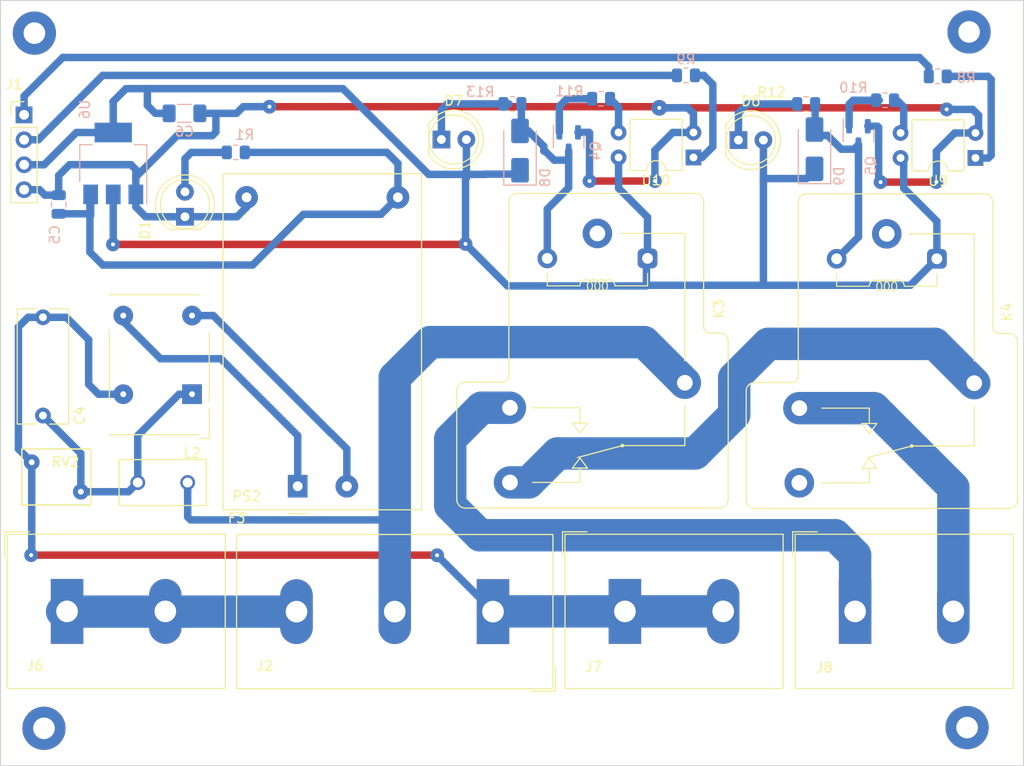
<source format=kicad_pcb>
(kicad_pcb (version 20221018) (generator pcbnew)
  (layers (0 "F.Cu" signal) (31 "B.Cu" signal) (34 "B.Paste" user) (35 "F.Paste" user) (36 "B.SilkS" user "B.Silkscreen") (37 "F.SilkS" user "F.Silkscreen") (38 "B.Mask" user) (39 "F.Mask" user) (44 "Edge.Cuts" user))
  (net 0 "")
  (net 1 "Net-(C4-Pad1)")
  (net 2 "+3.3V")
  (net 3 "Net-(D8-A)")
  (net 4 "Net-(D9-A)")
  (net 5 "+5V")
  (net 6 "MAINSIN_E")
  (net 7 "MAINSIN_N")
  (net 8 "MAINSIN_L")
  (net 9 "Net-(J8-Pin_1)")
  (net 10 "Net-(K3-Pad12)")
  (net 11 "Net-(PS2-AC{slash}N)")
  (net 12 "Net-(PS2-AC{slash}L)")
  (net 13 "Net-(Q4-B)")
  (net 14 "RELAY_BOTTOM")
  (net 15 "Net-(R10-Pad1)")
  (net 16 "Net-(R11-Pad1)")
  (net 17 "Net-(J8-Pin_2)")
  (net 18 "GND")
  (net 19 "RELAY_TOP")
  (net 20 "Net-(Q5-B)")
  (net 21 "Net-(R8-Pad1)")
  (net 23 "Net-(R9-Pad1)")
  (net 24 "Net-(D6-K)")
  (net 25 "Net-(D7-K)")
  (net 28 "Net-(D1-A)")
  (footprint "Relay_THT:Relay_SPDT_RAYEX-L90" (layer "F.Cu") (at 118.175 139.75 -90)
    (fp_text reference "K4" (at 7.965 -12.225 -90) (layer "F.SilkS"))
    (fp_text value "HEATER-TOP" hide)
    (pad "11A" thru_hole circle (at 0 0 90) (size 3 3) (drill 1.6) (layers "*.Cu" "*.Mask"))
    (pad "11B" thru_hole circle (at 15.2 -8.9 90) (size 3 3) (drill 1.6) (layers "*.Cu" "*.Mask") (net 10 "Net-(K3-Pad12)"))
    (pad "12" thru_hole circle (at 25.34 8.9 90) (size 3 3) (drill 1.6) (layers "*.Cu" "*.Mask"))
    (pad "14" thru_hole circle (at 17.74 8.9 90) (size 3 3) (drill 1.6) (layers "*.Cu" "*.Mask") (net 17 "Net-(J8-Pin_2)"))
    (pad "A1" thru_hole roundrect (at 2.54 -5.1 90) (size 2 2) (drill 1.1) (layers "*.Cu" "*.Mask") (net 2 "+3.3V"))
    (pad "A2" thru_hole circle (at 2.54 5.1 90) (size 2 2) (drill 1.1) (layers "*.Cu" "*.Mask") (net 4 "Net-(D9-A)"))
  )
  (footprint "Inductor_THT:Choke_Schaffner_RN204-04-9.0x14.0mm" (layer "F.Cu") (at 47.47 158.07 180)
    (fp_text reference "L2" (at 0 -4 180) (layer "F.SilkS"))
    (fp_text value "15mH 500mA")
    (pad "1" thru_hole rect (at 0 2 180) (size 2 2) (drill 0.6) (layers "*.Cu" "*.Mask") (net 1 "Net-(C4-Pad1)"))
    (pad "2" thru_hole circle (at 7 2 180) (size 2 2) (drill 0.6) (layers "*.Cu" "*.Mask") (net 7 "MAINSIN_N"))
    (pad "3" thru_hole circle (at 0 10 180) (size 2 2) (drill 0.6) (layers "*.Cu" "*.Mask") (net 11 "Net-(PS2-AC{slash}N)"))
    (pad "4" thru_hole circle (at 7 10 180) (size 2 2) (drill 0.6) (layers "*.Cu" "*.Mask") (net 12 "Net-(PS2-AC{slash}L)"))
  )
  (footprint "Package_DIP:DIP-4_W7.62mm" (layer "F.Cu") (at 127.2 132.025 180)
    (fp_text reference "U9" (at 3.81 -2.33 180) (layer "F.SilkS"))
    (fp_text value "PC817")
    (pad "1" thru_hole rect (at 0 0 180) (size 1.6 1.6) (drill 0.8) (layers "*.Cu" "*.Mask") (net 21 "Net-(R8-Pad1)"))
    (pad "2" thru_hole oval (at 0 2.54 180) (size 1.6 1.6) (drill 0.8) (layers "*.Cu" "*.Mask") (net 18 "GND"))
    (pad "3" thru_hole oval (at 7.62 2.54 180) (size 1.6 1.6) (drill 0.8) (layers "*.Cu" "*.Mask") (net 15 "Net-(R10-Pad1)"))
    (pad "4" thru_hole oval (at 7.62 0 180) (size 1.6 1.6) (drill 0.8) (layers "*.Cu" "*.Mask") (net 2 "+3.3V"))
  )
  (footprint "MountingHole:MountingHole_2.2mm_M2_Pad" (layer "F.Cu") (at 126.35 190)
    (fp_text reference "REF**" hide)
    (fp_text value "MountingHole_2.2mm_M2_Pad" hide)
    (pad "1" thru_hole circle (at 0 0) (size 4.4 4.4) (drill 2.2) (layers "*.Cu" "*.Mask"))
  )
  (footprint "Connector_PinHeader_2.54mm:PinHeader_1x04_P2.54mm_Vertical" (layer "F.Cu") (at 30.375 127.6375)
    (fp_text reference "J1" (at -1.025 -3.125) (layer "F.SilkS"))
    (fp_text value "MCU")
    (pad "1" thru_hole rect (at 0 0) (size 1.7 1.7) (drill 1) (layers "*.Cu" "*.Mask") (net 19 "RELAY_TOP"))
    (pad "2" thru_hole oval (at 0 2.54) (size 1.7 1.7) (drill 1) (layers "*.Cu" "*.Mask") (net 14 "RELAY_BOTTOM"))
    (pad "3" thru_hole oval (at 0 5.08) (size 1.7 1.7) (drill 1) (layers "*.Cu" "*.Mask") (net 2 "+3.3V"))
    (pad "4" thru_hole oval (at 0 7.62) (size 1.7 1.7) (drill 1) (layers "*.Cu" "*.Mask") (net 18 "GND"))
  )
  (footprint "TerminalBlock_Dinkle:TerminalBlock_Dinkle_DT-55-B01X-02_P10.00mm" (layer "F.Cu") (at 91.525 178.175)
    (fp_text reference "J7" (at -3.179 5.644) (layer "F.SilkS"))
    (fp_text value "HEATER-N")
    (pad "1" thru_hole rect (at 0 0) (size 3.3 6.6) (drill 2.2) (layers "*.Cu" "*.Mask") (net 7 "MAINSIN_N"))
    (pad "2" thru_hole oval (at 10 0) (size 3.3 6.6) (drill 2.2) (layers "*.Cu" "*.Mask") (net 7 "MAINSIN_N"))
  )
  (footprint "Converter_ACDC:Converter_ACDC_HiLink_HLK-PMxx" (layer "F.Cu") (at 58.225 165.4375 90)
    (fp_text reference "PS2" (at -1.016 -5.207) (layer "F.SilkS"))
    (fp_text value "HLK-PM01")
    (pad "1" thru_hole rect (at 0 0 90) (size 2.3 2) (drill 1) (layers "*.Cu" "*.Mask") (net 12 "Net-(PS2-AC{slash}L)"))
    (pad "2" thru_hole circle (at 0 5 90) (size 2.3 2.3) (drill 1) (layers "*.Cu" "*.Mask") (net 11 "Net-(PS2-AC{slash}N)"))
    (pad "3" thru_hole circle (at 29.4 -5.2 90) (size 2.3 2.3) (drill 1) (layers "*.Cu" "*.Mask") (net 18 "GND"))
    (pad "4" thru_hole circle (at 29.4 10.2 90) (size 2.3 2.3) (drill 1) (layers "*.Cu" "*.Mask") (net 5 "+5V"))
  )
  (footprint "LED_THT:LED_D5.0mm_Clear" (layer "F.Cu") (at 72.85 130.15)
    (fp_text reference "D7" (at 1.27 -3.96) (layer "F.SilkS"))
    (fp_text value "LED")
    (pad "1" thru_hole rect (at 0 0) (size 1.8 1.8) (drill 0.9) (layers "*.Cu" "*.Mask") (net 25 "Net-(D7-K)"))
    (pad "2" thru_hole circle (at 2.54 0) (size 1.8 1.8) (drill 0.9) (layers "*.Cu" "*.Mask") (net 2 "+3.3V"))
  )
  (footprint "TerminalBlock_Dinkle:TerminalBlock_Dinkle_DT-55-B01X-03_P10.00mm" (layer "F.Cu") (at 78.1 178.2 180)
    (fp_text reference "J2" (at 23.225 -5.525) (layer "F.SilkS"))
    (fp_text value "MAINS_IN")
    (pad "1" thru_hole rect (at 0 0 180) (size 3.3 6.6) (drill 2.2) (layers "*.Cu" "*.Mask") (net 7 "MAINSIN_N"))
    (pad "2" thru_hole oval (at 10 0 180) (size 3.3 6.6) (drill 2.2) (layers "*.Cu" "*.Mask") (net 8 "MAINSIN_L"))
    (pad "3" thru_hole oval (at 20 0 180) (size 3.3 6.6) (drill 2.2) (layers "*.Cu" "*.Mask") (net 6 "MAINSIN_E"))
  )
  (footprint "TerminalBlock_Dinkle:TerminalBlock_Dinkle_DT-55-B01X-02_P10.00mm" (layer "F.Cu") (at 34.75 178.175)
    (fp_text reference "J6" (at -3.242 5.544) (layer "F.SilkS"))
    (fp_text value "HEATER-E")
    (pad "1" thru_hole rect (at 0 0) (size 3.3 6.6) (drill 2.2) (layers "*.Cu" "*.Mask") (net 6 "MAINSIN_E"))
    (pad "2" thru_hole oval (at 10 0) (size 3.3 6.6) (drill 2.2) (layers "*.Cu" "*.Mask") (net 6 "MAINSIN_E"))
  )
  (footprint "Relay_THT:Relay_SPDT_RAYEX-L90" (layer "F.Cu") (at 88.725 139.71 -90)
    (fp_text reference "K3" (at 7.69 -12.375 -90) (layer "F.SilkS"))
    (fp_text value "HEATER-BOTTOM")
    (pad "11A" thru_hole circle (at 0 0 90) (size 3 3) (drill 1.6) (layers "*.Cu" "*.Mask"))
    (pad "11B" thru_hole circle (at 15.2 -8.9 90) (size 3 3) (drill 1.6) (layers "*.Cu" "*.Mask") (net 8 "MAINSIN_L"))
    (pad "12" thru_hole circle (at 25.34 8.9 90) (size 3 3) (drill 1.6) (layers "*.Cu" "*.Mask") (net 10 "Net-(K3-Pad12)"))
    (pad "14" thru_hole circle (at 17.74 8.9 90) (size 3 3) (drill 1.6) (layers "*.Cu" "*.Mask") (net 9 "Net-(J8-Pin_1)"))
    (pad "A1" thru_hole roundrect (at 2.54 -5.1 90) (size 2 2) (drill 1.1) (layers "*.Cu" "*.Mask") (net 2 "+3.3V"))
    (pad "A2" thru_hole circle (at 2.54 5.1 90) (size 2 2) (drill 1.1) (layers "*.Cu" "*.Mask") (net 3 "Net-(D8-A)"))
  )
  (footprint "MountingHole:MountingHole_2.2mm_M2_Pad" (layer "F.Cu") (at 31.425 119.325)
    (fp_text reference "REF**" hide)
    (fp_text value "MountingHole_2.2mm_M2_Pad" hide)
    (pad "1" thru_hole circle (at 0 0) (size 4.4 4.4) (drill 2.2) (layers "*.Cu" "*.Mask"))
  )
  (footprint "Package_DIP:DIP-4_W7.62mm" (layer "F.Cu") (at 98.5 131.975 180)
    (fp_text reference "U10" (at 3.81 -2.33 180) (layer "F.SilkS"))
    (fp_text value "PC817")
    (pad "1" thru_hole rect (at 0 0 180) (size 1.6 1.6) (drill 0.8) (layers "*.Cu" "*.Mask") (net 23 "Net-(R9-Pad1)"))
    (pad "2" thru_hole oval (at 0 2.54 180) (size 1.6 1.6) (drill 0.8) (layers "*.Cu" "*.Mask") (net 18 "GND"))
    (pad "3" thru_hole oval (at 7.62 2.54 180) (size 1.6 1.6) (drill 0.8) (layers "*.Cu" "*.Mask") (net 16 "Net-(R11-Pad1)"))
    (pad "4" thru_hole oval (at 7.62 0 180) (size 1.6 1.6) (drill 0.8) (layers "*.Cu" "*.Mask") (net 2 "+3.3V"))
  )
  (footprint "Varistor:RV_Disc_D7mm_W5.7mm_P5mm" (layer "F.Cu") (at 36.154 165.9965 180)
    (fp_text reference "RV2" (at 1.57125 3.02425) (layer "F.SilkS"))
    (fp_text value "10D561")
    (pad "1" thru_hole circle (at 0 0 180) (size 1.6 1.6) (drill 0.6) (layers "*.Cu" "*.Mask") (net 1 "Net-(C4-Pad1)"))
    (pad "2" thru_hole circle (at 5 3 180) (size 1.6 1.6) (drill 0.6) (layers "*.Cu" "*.Mask") (net 7 "MAINSIN_N"))
  )
  (footprint "MountingHole:MountingHole_2.2mm_M2_Pad" (layer "F.Cu") (at 32.4 190.075)
    (fp_text reference "REF**" hide)
    (fp_text value "MountingHole_2.2mm_M2_Pad" hide)
    (pad "1" thru_hole circle (at 0 0) (size 4.4 4.4) (drill 2.2) (layers "*.Cu" "*.Mask"))
  )
  (footprint "LED_THT:LED_D5.0mm_Clear" (layer "F.Cu") (at 46.75 138.0125 90)
    (fp_text reference "D1" (at -1.325 -4.075 90) (layer "F.SilkS"))
    (fp_text value "LED")
    (pad "1" thru_hole rect (at 0 0 90) (size 1.8 1.8) (drill 0.9) (layers "*.Cu" "*.Mask") (net 18 "GND"))
    (pad "2" thru_hole circle (at 2.54 0 90) (size 1.8 1.8) (drill 0.9) (layers "*.Cu" "*.Mask") (net 28 "Net-(D1-A)"))
  )
  (footprint "TerminalBlock_Dinkle:TerminalBlock_Dinkle_DT-55-B01X-02_P10.00mm" (layer "F.Cu") (at 114.95 178.175)
    (fp_text reference "J8" (at -3.129 5.719) (layer "F.SilkS"))
    (fp_text value "HEATER-L")
    (pad "1" thru_hole rect (at 0 0) (size 3.3 6.6) (drill 2.2) (layers "*.Cu" "*.Mask") (net 9 "Net-(J8-Pin_1)"))
    (pad "2" thru_hole oval (at 10 0) (size 3.3 6.6) (drill 2.2) (layers "*.Cu" "*.Mask") (net 17 "Net-(J8-Pin_2)"))
  )
  (footprint "Capacitor_THT:C_Rect_L11.5mm_W5.0mm_P10.00mm_MKT" (layer "F.Cu") (at 32.29675 158.24325 90)
    (fp_text reference "C4" (at -0.00675 3.72825 90) (layer "F.SilkS"))
    (fp_text value "0.1uF")
    (pad "1" thru_hole circle (at 0 0 90) (size 1.6 1.6) (drill 0.8) (layers "*.Cu" "*.Mask") (net 1 "Net-(C4-Pad1)"))
    (pad "2" thru_hole circle (at 10 0 90) (size 1.6 1.6) (drill 0.8) (layers "*.Cu" "*.Mask") (net 7 "MAINSIN_N"))
  )
  (footprint "MountingHole:MountingHole_2.2mm_M2_Pad" (layer "F.Cu") (at 126.55 119.2)
    (fp_text reference "REF**" hide)
    (fp_text value "MountingHole_2.2mm_M2_Pad" hide)
    (pad "1" thru_hole circle (at 0 0) (size 4.4 4.4) (drill 2.2) (layers "*.Cu" "*.Mask"))
  )
  (footprint "LED_THT:LED_D5.0mm_Clear" (layer "F.Cu") (at 103.08 130.21)
    (fp_text reference "D6" (at 1.27 -3.96) (layer "F.SilkS"))
    (fp_text value "LED")
    (pad "1" thru_hole rect (at 0 0) (size 1.8 1.8) (drill 0.9) (layers "*.Cu" "*.Mask") (net 24 "Net-(D6-K)"))
    (pad "2" thru_hole circle (at 2.54 0) (size 1.8 1.8) (drill 0.9) (layers "*.Cu" "*.Mask") (net 2 "+3.3V"))
  )
  (footprint "TE5:FUSE_BK_PCE-5-R" (layer "F.Cu") (at 44.485 165.0625 180)
    (fp_text reference "F3" (at -7.52 -3.61 180) (layer "F.SilkS"))
    (fp_text value "500 mA")
    (pad "1" thru_hole circle (at -2.54 0 180) (size 1.508 1.508) (drill 1) (layers "*.Cu" "*.Mask") (net 8 "MAINSIN_L"))
    (pad "2" thru_hole circle (at 2.54 0 180) (size 1.508 1.508) (drill 1) (layers "*.Cu" "*.Mask") (net 1 "Net-(C4-Pad1)"))
  )
  (footprint "Capacitor_SMD:C_0805_2012Metric" (layer "B.Cu") (at 33.9 136.7625 90)
    (fp_text reference "C5" (at -3.075 -0.4 90) (layer "B.SilkS") (effects (justify mirror)))
    (fp_text value "10uF")
    (pad "1" smd roundrect (at -0.95 0 90) (size 1 1.45) (layers "B.Cu" "B.Paste" "B.Mask") (net 5 "+5V"))
    (pad "2" smd roundrect (at 0.95 0 90) (size 1 1.45) (layers "B.Cu" "B.Paste" "B.Mask") (net 18 "GND"))
  )
  (footprint "Diode_SMD:D_SMA" (layer "B.Cu") (at 110.82 131.135 90)
    (fp_text reference "D9" (at -2.74 2.505 270) (layer "B.SilkS") (effects (justify mirror)))
    (fp_text value "US1M")
    (pad "1" smd roundrect (at -2 0 90) (size 2.5 1.8) (layers "B.Cu" "B.Paste" "B.Mask") (roundrect_rratio 0.1388888889) (net 2 "+3.3V"))
    (pad "2" smd roundrect (at 2 0 90) (size 2.5 1.8) (layers "B.Cu" "B.Paste" "B.Mask") (roundrect_rratio 0.1388888889) (net 4 "Net-(D9-A)"))
  )
  (footprint "Resistor_SMD:R_0805_2012Metric" (layer "B.Cu") (at 118 126.15 180)
    (fp_text reference "R10" (at 3.225 1.275) (layer "B.SilkS") (effects (justify mirror)))
    (fp_text value "200")
    (pad "1" smd roundrect (at -0.9125 0 180) (size 1.025 1.4) (layers "B.Cu" "B.Paste" "B.Mask") (roundrect_rratio 0.243902439) (net 15 "Net-(R10-Pad1)"))
    (pad "2" smd roundrect (at 0.9125 0 180) (size 1.025 1.4) (layers "B.Cu" "B.Paste" "B.Mask") (roundrect_rratio 0.243902439) (net 20 "Net-(Q5-B)"))
  )
  (footprint "Resistor_SMD:R_0805_2012Metric" (layer "B.Cu") (at 109.97 126.535)
    (fp_text reference "R12" (at -3.52 -1.21) (layer "F.SilkS"))
    (fp_text value "330")
    (pad "1" smd roundrect (at -0.9125 0) (size 1.025 1.4) (layers "B.Cu" "B.Paste" "B.Mask") (roundrect_rratio 0.243902439) (net 24 "Net-(D6-K)"))
    (pad "2" smd roundrect (at 0.9125 0) (size 1.025 1.4) (layers "B.Cu" "B.Paste" "B.Mask") (roundrect_rratio 0.243902439) (net 4 "Net-(D9-A)"))
  )
  (footprint "Resistor_SMD:R_0805_2012Metric" (layer "B.Cu") (at 80.075 126.525)
    (fp_text reference "R13" (at -3.275 -1.225) (layer "B.SilkS") (effects (justify mirror)))
    (fp_text value "330")
    (pad "1" smd roundrect (at -0.9125 0) (size 1.025 1.4) (layers "B.Cu" "B.Paste" "B.Mask") (roundrect_rratio 0.243902439) (net 25 "Net-(D7-K)"))
    (pad "2" smd roundrect (at 0.9125 0) (size 1.025 1.4) (layers "B.Cu" "B.Paste" "B.Mask") (roundrect_rratio 0.243902439) (net 3 "Net-(D8-A)"))
  )
  (footprint "Package_TO_SOT_SMD:SOT-23" (layer "B.Cu") (at 115.295 129.735 -90)
    (fp_text reference "Q5" (at 3.075 -1.25 90) (layer "B.SilkS") (effects (justify mirror)))
    (fp_text value "MMBT3904")
    (pad "1" smd roundrect (at -0.9375 0.95 270) (size 1.475 0.6) (layers "B.Cu" "B.Paste" "B.Mask") (net 20 "Net-(Q5-B)"))
    (pad "2" smd roundrect (at -0.9375 -0.95 270) (size 1.475 0.6) (layers "B.Cu" "B.Paste" "B.Mask") (net 18 "GND"))
    (pad "3" smd roundrect (at 0.9375 0 270) (size 1.475 0.6) (layers "B.Cu" "B.Paste" "B.Mask") (net 4 "Net-(D9-A)"))
  )
  (footprint "Package_TO_SOT_SMD:SOT-223-3_TabPin2" (layer "B.Cu") (at 39.45 132.5875 90)
    (fp_text reference "U6" (at 5.5 -2.9 90) (layer "B.SilkS") (effects (justify mirror)))
    (fp_text value "AMS1117-3.3")
    (pad "1" smd rect (at -3.15 2.3 90) (size 2 1.5) (layers "B.Cu" "B.Paste" "B.Mask") (net 18 "GND"))
    (pad "2" smd rect (at -3.15 0 90) (size 2 1.5) (layers "B.Cu" "B.Paste" "B.Mask") (net 2 "+3.3V"))
    (pad "2" smd rect (at 3.15 0 90) (size 2 3.8) (layers "B.Cu" "B.Paste" "B.Mask") (net 2 "+3.3V"))
    (pad "3" smd rect (at -3.15 -2.3 90) (size 2 1.5) (layers "B.Cu" "B.Paste" "B.Mask") (net 5 "+5V"))
  )
  (footprint "Diode_SMD:D_SMA" (layer "B.Cu") (at 80.85 131.275 90)
    (fp_text reference "D8" (at -2.75 2.55 270) (layer "B.SilkS") (effects (justify mirror)))
    (fp_text value "US1M")
    (pad "1" smd roundrect (at -2 0 90) (size 2.5 1.8) (layers "B.Cu" "B.Paste" "B.Mask") (roundrect_rratio 0.1388888889) (net 2 "+3.3V"))
    (pad "2" smd roundrect (at 2 0 90) (size 2.5 1.8) (layers "B.Cu" "B.Paste" "B.Mask") (roundrect_rratio 0.1388888889) (net 3 "Net-(D8-A)"))
  )
  (footprint "Resistor_SMD:R_0805_2012Metric" (layer "B.Cu") (at 51.925 131.4625 180)
    (fp_text reference "R1" (at -0.9 1.8) (layer "B.SilkS") (effects (justify mirror)))
    (fp_text value "330")
    (pad "1" smd roundrect (at -0.9125 0 180) (size 1.025 1.4) (layers "B.Cu" "B.Paste" "B.Mask") (roundrect_rratio 0.243902439) (net 5 "+5V"))
    (pad "2" smd roundrect (at 0.9125 0 180) (size 1.025 1.4) (layers "B.Cu" "B.Paste" "B.Mask") (roundrect_rratio 0.243902439) (net 28 "Net-(D1-A)"))
  )
  (footprint "Package_TO_SOT_SMD:SOT-23" (layer "B.Cu") (at 85.8 130.3625 -90)
    (fp_text reference "Q4" (at 0.95 -2.725 90) (layer "B.SilkS") (effects (justify mirror)))
    (fp_text value "MMBT3904" hide)
    (pad "1" smd roundrect (at -0.9375 0.95 270) (size 1.475 0.6) (layers "B.Cu" "B.Paste" "B.Mask") (net 13 "Net-(Q4-B)"))
    (pad "2" smd roundrect (at -0.9375 -0.95 270) (size 1.475 0.6) (layers "B.Cu" "B.Paste" "B.Mask") (net 18 "GND"))
    (pad "3" smd roundrect (at 0.9375 0 270) (size 1.475 0.6) (layers "B.Cu" "B.Paste" "B.Mask") (net 3 "Net-(D8-A)"))
  )
  (footprint "Capacitor_SMD:C_1206_3216Metric_Pad1.33x1.80mm_HandSolder" (layer "B.Cu") (at 46.7 127.4875)
    (fp_text reference "C6" (at 0 1.85 180) (layer "B.SilkS") (effects (justify mirror)))
    (fp_text value "22uF")
    (pad "1" smd roundrect (at -1.5625 0) (size 1.325 1.8) (layers "B.Cu" "B.Paste" "B.Mask") (roundrect_rratio 0.188679) (net 2 "+3.3V"))
    (pad "2" smd roundrect (at 1.5625 0) (size 1.325 1.8) (layers "B.Cu" "B.Paste" "B.Mask") (roundrect_rratio 0.188679) (net 18 "GND"))
  )
  (footprint "Resistor_SMD:R_0805_2012Metric" (layer "B.Cu") (at 123.3625 123.725 180)
    (fp_text reference "R8" (at -2.9 -0.125) (layer "B.SilkS") (effects (justify mirror)))
    (fp_text value "470")
    (pad "1" smd roundrect (at -0.9125 0 180) (size 1.025 1.4) (layers "B.Cu" "B.Paste" "B.Mask") (roundrect_rratio 0.243902439) (net 21 "Net-(R8-Pad1)"))
    (pad "2" smd roundrect (at 0.9125 0 180) (size 1.025 1.4) (layers "B.Cu" "B.Paste" "B.Mask") (roundrect_rratio 0.243902439) (net 19 "RELAY_TOP"))
  )
  (footprint "Resistor_SMD:R_0805_2012Metric" (layer "B.Cu") (at 89.1 126 180)
    (fp_text reference "R11" (at 3.225 0.75) (layer "B.SilkS") (effects (justify mirror)))
    (fp_text value "200")
    (pad "1" smd roundrect (at -0.9125 0 180) (size 1.025 1.4) (layers "B.Cu" "B.Paste" "B.Mask") (roundrect_rratio 0.243902439) (net 16 "Net-(R11-Pad1)"))
    (pad "2" smd roundrect (at 0.9125 0 180) (size 1.025 1.4) (layers "B.Cu" "B.Paste" "B.Mask") (roundrect_rratio 0.243902439) (net 13 "Net-(Q4-B)"))
  )
  (footprint "Resistor_SMD:R_0805_2012Metric" (layer "B.Cu") (at 97.7375 123.625 180)
    (fp_text reference "R9" (at 0 1.65) (layer "B.SilkS") (effects (justify mirror)))
    (fp_text value "470")
    (pad "1" smd roundrect (at -0.9125 0 180) (size 1.025 1.4) (layers "B.Cu" "B.Paste" "B.Mask") (roundrect_rratio 0.243902439) (net 23 "Net-(R9-Pad1)"))
    (pad "2" smd roundrect (at 0.9125 0 180) (size 1.025 1.4) (layers "B.Cu" "B.Paste" "B.Mask") (roundrect_rratio 0.243902439) (net 14 "RELAY_BOTTOM"))
  )
  (gr_rect (start 27.975 116.002) (end 132.094 193.873) (stroke (width 0.1)) (fill none) (layer "Edge.Cuts"))
  (segment (start 46.155 156.07) (end 41.945 160.28) (width 0.76) (layer "B.Cu") (net 1))
  (segment (start 41.945 160.28) (end 41.945 165.0625) (width 0.76) (layer "B.Cu") (net 1))
  (segment (start 36.154 165.9965) (end 36.154 162.1005) (width 0.76) (layer "B.Cu") (net 1))
  (segment (start 36.154 162.1005) (end 32.29675 158.24325) (width 0.76) (layer "B.Cu") (net 1))
  (segment (start 36.154 165.9965) (end 41.011 165.9965) (width 0.76) (layer "B.Cu") (net 1))
  (segment (start 41.011 165.9965) (end 41.945 165.0625) (width 0.76) (layer "B.Cu") (net 1))
  (segment (start 47.47 156.07) (end 46.155 156.07) (width 0.76) (layer "B.Cu") (net 1))
  (segment (start 75.25 140.825) (end 75.3 140.775) (width 0.76) (layer "F.Cu") (net 2))
  (segment (start 39.425 140.825) (end 75.25 140.825) (width 0.76) (layer "F.Cu") (net 2))
  (via (at 39.425 140.825) (size 1.4) (drill 0.4) (layers "F.Cu" "B.Cu") (net 2))
  (via (at 75.3 140.775) (size 1.4) (drill 0.4) (layers "F.Cu" "B.Cu") (net 2))
  (segment (start 105.625 144.984) (end 120.581 144.984) (width 0.76) (layer "B.Cu") (net 2))
  (segment (start 119.9 132.035) (end 119.9 135.1) (width 0.76) (layer "B.Cu") (net 2))
  (segment (start 75.3 134.175) (end 75.39 134.085) (width 0.76) (layer "B.Cu") (net 2))
  (segment (start 75.39 134.085) (end 75.39 130.15) (width 0.76) (layer "B.Cu") (net 2))
  (segment (start 90.88 131.975) (end 90.88 135.105) (width 0.76) (layer "B.Cu") (net 2))
  (segment (start 39.45 140.8) (end 39.45 135.7375) (width 0.76) (layer "B.Cu") (net 2))
  (segment (start 40.75 124.975) (end 39.425 126.3) (width 0.76) (layer "B.Cu") (net 2))
  (segment (start 79.575 145.05) (end 93.65 145.05) (width 0.76) (layer "B.Cu") (net 2))
  (segment (start 93.825 138.05) (end 93.825 142.25) (width 0.76) (layer "B.Cu") (net 2))
  (segment (start 42.925 126.675) (end 43.7375 127.4875) (width 0.76) (layer "B.Cu") (net 2))
  (segment (start 93.716 144.984) (end 93.716 142.3) (width 0.76) (layer "B.Cu") (net 2))
  (segment (start 42.925 124.975) (end 42.925 126.675) (width 0.76) (layer "B.Cu") (net 2))
  (segment (start 39.305 129.2925) (end 39.45 129.4375) (width 0.76) (layer "B.Cu") (net 2))
  (segment (start 77.325 133.675) (end 80.575 133.675) (width 0.76) (layer "B.Cu") (net 2))
  (segment (start 90.88 135.105) (end 93.825 138.05) (width 0.76) (layer "B.Cu") (net 2))
  (segment (start 105.62 144.979) (end 105.625 144.984) (width 0.76) (layer "B.Cu") (net 2))
  (segment (start 110.025 134.125) (end 105.62 134.125) (width 0.76) (layer "B.Cu") (net 2))
  (segment (start 30.375 132.7175) (end 32.42 132.7175) (width 0.76) (layer "B.Cu") (net 2))
  (segment (start 93.716 144.984) (end 105.625 144.984) (width 0.76) (layer "B.Cu") (net 2))
  (segment (start 110.82 133.33) (end 110.025 134.125) (width 0.76) (layer "B.Cu") (net 2))
  (segment (start 75.3 140.775) (end 79.575 145.05) (width 0.76) (layer "B.Cu") (net 2))
  (segment (start 32.42 132.7175) (end 35.7 129.4375) (width 0.76) (layer "B.Cu") (net 2))
  (segment (start 62.825 124.975) (end 71.55 133.7) (width 0.76) (layer "B.Cu") (net 2))
  (segment (start 105.62 134.125) (end 105.62 144.979) (width 0.76) (layer "B.Cu") (net 2))
  (segment (start 39.425 140.825) (end 39.45 140.8) (width 0.76) (layer "B.Cu") (net 2))
  (segment (start 43.7375 127.4875) (end 45.1375 127.4875) (width 0.76) (layer "B.Cu") (net 2))
  (segment (start 119.9 135.1) (end 123.275 138.475) (width 0.76) (layer "B.Cu") (net 2))
  (segment (start 75.3 134.175) (end 75.3 140.775) (width 0.76) (layer "B.Cu") (net 2))
  (segment (start 42.925 124.975) (end 62.825 124.975) (width 0.76) (layer "B.Cu") (net 2))
  (segment (start 77.3 133.7) (end 77.325 133.675) (width 0.76) (layer "B.Cu") (net 2))
  (segment (start 93.65 145.05) (end 93.716 144.984) (width 0.76) (layer "B.Cu") (net 2))
  (segment (start 120.581 144.984) (end 123.275 142.29) (width 0.76) (layer "B.Cu") (net 2))
  (segment (start 105.62 130.21) (end 105.62 134.125) (width 0.76) (layer "B.Cu") (net 2))
  (segment (start 39.425 126.3) (end 39.45 126.325) (width 0.76) (layer "B.Cu") (net 2))
  (segment (start 71.55 133.7) (end 77.3 133.7) (width 0.76) (layer "B.Cu") (net 2))
  (segment (start 123.275 138.475) (end 123.275 142.29) (width 0.76) (layer "B.Cu") (net 2))
  (segment (start 35.7 129.4375) (end 39.45 129.4375) (width 0.76) (layer "B.Cu") (net 2))
  (segment (start 110.82 133.135) (end 110.82 133.33) (width 0.76) (layer "B.Cu") (net 2))
  (segment (start 42.925 124.975) (end 40.75 124.975) (width 0.76) (layer "B.Cu") (net 2))
  (segment (start 39.45 126.325) (end 39.45 129.4375) (width 0.76) (layer "B.Cu") (net 2))
  (segment (start 80.9875 126.525) (end 80.9875 129.1375) (width 0.76) (layer "B.Cu") (net 3))
  (segment (start 80.85 129.275) (end 81.7 129.275) (width 0.76) (layer "B.Cu") (net 3))
  (segment (start 85.8 135.05) (end 83.625 137.225) (width 0.76) (layer "B.Cu") (net 3))
  (segment (start 83.275 131.325) (end 83.4 131.325) (width 0.76) (layer "B.Cu") (net 3))
  (segment (start 83.4 131.325) (end 84.325 132.25) (width 0.76) (layer "B.Cu") (net 3))
  (segment (start 85.8 132.925) (end 85.8 135.05) (width 0.76) (layer "B.Cu") (net 3))
  (segment (start 85.675 132.25) (end 85.8 132.125) (width 0.76) (layer "B.Cu") (net 3))
  (segment (start 81.7 129.275) (end 83.275 130.85) (width 0.76) (layer "B.Cu") (net 3))
  (segment (start 84.325 132.25) (end 85.675 132.25) (width 0.76) (layer "B.Cu") (net 3))
  (segment (start 83.625 137.225) (end 83.625 142.25) (width 0.76) (layer "B.Cu") (net 3))
  (segment (start 85.8 132.125) (end 85.8 132.925) (width 0.76) (layer "B.Cu") (net 3))
  (segment (start 80.9875 129.1375) (end 80.85 129.275) (width 0.76) (layer "B.Cu") (net 3))
  (segment (start 85.8 131.3) (end 85.8 132.125) (width 0.76) (layer "B.Cu") (net 3))
  (segment (start 83.275 130.85) (end 83.275 131.325) (width 0.76) (layer "B.Cu") (net 3))
  (segment (start 110.8825 126.535) (end 110.8825 129.6725) (width 0.76) (layer "B.Cu") (net 4))
  (segment (start 113.545 131.135) (end 114.8325 131.135) (width 0.76) (layer "B.Cu") (net 4))
  (segment (start 115.295 140.07) (end 115.295 130.6725) (width 0.76) (layer "B.Cu") (net 4))
  (segment (start 114.8325 131.135) (end 115.295 130.6725) (width 0.76) (layer "B.Cu") (net 4))
  (segment (start 110.82 129.735) (end 112.145 129.735) (width 0.76) (layer "B.Cu") (net 4))
  (segment (start 112.145 129.735) (end 113.545 131.135) (width 0.76) (layer "B.Cu") (net 4))
  (segment (start 110.8825 129.6725) (end 110.82 129.735) (width 0.76) (layer "B.Cu") (net 4))
  (segment (start 113.075 142.29) (end 115.295 140.07) (width 0.76) (layer "B.Cu") (net 4))
  (segment (start 68.425 136.0375) (end 66.699906 137.762594) (width 0.76) (layer "B.Cu") (net 5))
  (segment (start 68.425 132.5875) (end 68.425 136.0375) (width 0.76) (layer "B.Cu") (net 5))
  (segment (start 37.075 141.6125) (end 37.075 136.8625) (width 0.76) (layer "B.Cu") (net 5))
  (segment (start 52.8375 131.4625) (end 67.3 131.4625) (width 0.76) (layer "B.Cu") (net 5))
  (segment (start 37 137.7125) (end 37.15 137.8625) (width 0.76) (layer "B.Cu") (net 5))
  (segment (start 33.9 137.7125) (end 37 137.7125) (width 0.76) (layer "B.Cu") (net 5))
  (segment (start 53.6375 142.925) (end 38.3875 142.925) (width 0.76) (layer "B.Cu") (net 5))
  (segment (start 67.3 131.4625) (end 68.425 132.5875) (width 0.76) (layer "B.Cu") (net 5))
  (segment (start 66.699906 137.762594) (end 58.799906 137.762594) (width 0.76) (layer "B.Cu") (net 5))
  (segment (start 38.3875 142.925) (end 37.075 141.6125) (width 0.76) (layer "B.Cu") (net 5))
  (segment (start 37.15 136.7875) (end 37.15 137.8625) (width 0.76) (layer "B.Cu") (net 5))
  (segment (start 37.15 135.7375) (end 37.15 136.7875) (width 0.76) (layer "B.Cu") (net 5))
  (segment (start 37.075 136.8625) (end 37.15 136.7875) (width 0.76) (layer "B.Cu") (net 5))
  (segment (start 58.799906 137.762594) (end 53.6375 142.925) (width 0.76) (layer "B.Cu") (net 5))
  (segment (start 44.25 178.2) (end 34.25 178.2) (width 3.3) (layer "B.Cu") (net 6))
  (segment (start 58.1 178.2) (end 44.25 178.2) (width 3.3) (layer "B.Cu") (net 6))
  (segment (start 31.1 172.45) (end 72.396 172.45) (width 0.76) (layer "F.Cu") (net 7))
  (segment (start 72.396 172.45) (end 72.4105 172.4645) (width 0.76) (layer "F.Cu") (net 7))
  (via (at 31.1 172.45) (size 1.4) (drill 0.4) (layers "F.Cu" "B.Cu") (net 7))
  (via (at 72.4105 172.4645) (size 1.4) (drill 0.4) (layers "F.Cu" "B.Cu") (net 7))
  (segment (start 78.125 178.175) (end 78.1 178.2) (width 3.3) (layer "B.Cu") (net 7))
  (segment (start 29.8 161.6425) (end 31.154 162.9965) (width 0.76) (layer "B.Cu") (net 7))
  (segment (start 31.114 163.0365) (end 31.154 162.9965) (width 0.76) (layer "B.Cu") (net 7))
  (segment (start 37.945 156.07) (end 40.47 156.07) (width 0.76) (layer "B.Cu") (net 7))
  (segment (start 32.29675 148.24325) (end 34.66825 148.24325) (width 0.76) (layer "B.Cu") (net 7))
  (segment (start 34.66825 148.24325) (end 36.95 150.525) (width 0.76) (layer "B.Cu") (net 7))
  (segment (start 36.95 150.525) (end 36.95 155.075) (width 0.76) (layer "B.Cu") (net 7))
  (segment (start 31.154 172.396) (end 31.154 162.9965) (width 0.76) (layer "B.Cu") (net 7))
  (segment (start 76.862 177.554) (end 77.464 178.156) (width 0.76) (layer "B.Cu") (net 7))
  (segment (start 30.78175 148.24325) (end 29.8 149.225) (width 0.76) (layer "B.Cu") (net 7))
  (segment (start 101.525 178.175) (end 91.525 178.175) (width 3.3) (layer "B.Cu") (net 7))
  (segment (start 31.1 172.45) (end 31.154 172.396) (width 0.76) (layer "B.Cu") (net 7))
  (segment (start 32.29675 148.24325) (end 30.78175 148.24325) (width 0.76) (layer "B.Cu") (net 7))
  (segment (start 91.525 178.175) (end 78.125 178.175) (width 3.3) (layer "B.Cu") (net 7))
  (segment (start 36.95 155.075) (end 37.945 156.07) (width 0.76) (layer "B.Cu") (net 7))
  (segment (start 76.862 176.916) (end 76.862 177.554) (width 0.76) (layer "B.Cu") (net 7))
  (segment (start 29.8 149.225) (end 29.8 161.6425) (width 0.76) (layer "B.Cu") (net 7))
  (segment (start 72.4105 172.4645) (end 76.862 176.916) (width 0.76) (layer "B.Cu") (net 7))
  (segment (start 47.025 168.5625) (end 47.325 168.8625) (width 0.76) (layer "B.Cu") (net 8))
  (segment (start 68.1 154.375) (end 71.7 150.775) (width 3.3) (layer "B.Cu") (net 8))
  (segment (start 68.1 178.2) (end 68.1 154.375) (width 3.3) (layer "B.Cu") (net 8))
  (segment (start 47.025 165.0625) (end 47.025 168.5625) (width 0.76) (layer "B.Cu") (net 8))
  (segment (start 93.49 150.775) (end 97.625 154.91) (width 3.3) (layer "B.Cu") (net 8))
  (segment (start 68.925 168.8625) (end 69.1 169.0375) (width 0.76) (layer "B.Cu") (net 8))
  (segment (start 71.7 150.775) (end 93.49 150.775) (width 3.3) (layer "B.Cu") (net 8))
  (segment (start 47.325 168.8625) (end 68.925 168.8625) (width 0.76) (layer "B.Cu") (net 8))
  (segment (start 76.775 170.425) (end 112.925 170.425) (width 3.3) (layer "B.Cu") (net 9))
  (segment (start 76.925 157.45) (end 73.75 160.625) (width 3.3) (layer "B.Cu") (net 9))
  (segment (start 73.75 167.4) (end 76.775 170.425) (width 3.3) (layer "B.Cu") (net 9))
  (segment (start 112.925 170.425) (end 114.95 172.45) (width 3.3) (layer "B.Cu") (net 9))
  (segment (start 79.825 157.45) (end 76.925 157.45) (width 3.3) (layer "B.Cu") (net 9))
  (segment (start 114.95 172.45) (end 114.95 178.175) (width 3.3) (layer "B.Cu") (net 9))
  (segment (start 73.75 160.625) (end 73.75 167.4) (width 3.3) (layer "B.Cu") (net 9))
  (segment (start 98.675 162.1) (end 84.675 162.1) (width 3.3) (layer "B.Cu") (net 10))
  (segment (start 84.675 162.1) (end 81.725 165.05) (width 3.3) (layer "B.Cu") (net 10))
  (segment (start 127.075 154.95) (end 123.075 150.95) (width 3.3) (layer "B.Cu") (net 10))
  (segment (start 106.1 150.95) (end 102.65 154.4) (width 3.3) (layer "B.Cu") (net 10))
  (segment (start 81.725 165.05) (end 79.825 165.05) (width 3.3) (layer "B.Cu") (net 10))
  (segment (start 123.075 150.95) (end 106.1 150.95) (width 3.3) (layer "B.Cu") (net 10))
  (segment (start 102.65 158.125) (end 98.675 162.1) (width 3.3) (layer "B.Cu") (net 10))
  (segment (start 102.65 154.4) (end 102.65 158.125) (width 3.3) (layer "B.Cu") (net 10))
  (segment (start 49.6325 148.07) (end 47.47 148.07) (width 0.76) (layer "B.Cu") (net 11))
  (segment (start 63.225 161.6375) (end 63.225 165.4375) (width 0.76) (layer "B.Cu") (net 11))
  (segment (start 61.611 160.0235) (end 63.225 161.6375) (width 0.76) (layer "B.Cu") (net 11))
  (segment (start 49.6325 148.07) (end 61.586 160.0235) (width 0.76) (layer "B.Cu") (net 11))
  (segment (start 61.586 160.0235) (end 61.611 160.0235) (width 0.76) (layer "B.Cu") (net 11))
  (segment (start 50.4 152.4625) (end 58.225 160.2875) (width 0.76) (layer "B.Cu") (net 12))
  (segment (start 39.87 148.07) (end 44.2625 152.4625) (width 0.76) (layer "B.Cu") (net 12))
  (segment (start 58.225 160.2875) (end 58.225 165.4375) (width 0.76) (layer "B.Cu") (net 12))
  (segment (start 44.2625 152.4625) (end 50.4 152.4625) (width 0.76) (layer "B.Cu") (net 12))
  (segment (start 85.625 126) (end 84.85 126.775) (width 0.76) (layer "B.Cu") (net 13))
  (segment (start 84.85 126.775) (end 84.85 129.425) (width 0.76) (layer "B.Cu") (net 13))
  (segment (start 88.1875 126) (end 85.625 126) (width 0.76) (layer "B.Cu") (net 13))
  (segment (start 96.825 123.625) (end 38.375 123.625) (width 0.76) (layer "B.Cu") (net 14))
  (segment (start 38.375 123.625) (end 31.8225 130.1775) (width 0.76) (layer "B.Cu") (net 14))
  (segment (start 31.8225 130.1775) (end 30.375 130.1775) (width 0.76) (layer "B.Cu") (net 14))
  (segment (start 119.9 126.8275) (end 119.2325 126.16) (width 0.76) (layer "B.Cu") (net 15))
  (segment (start 119.9 129.495) (end 119.9 126.8275) (width 0.76) (layer "B.Cu") (net 15))
  (segment (start 90.88 126.8675) (end 90.0125 126) (width 0.76) (layer "B.Cu") (net 16))
  (segment (start 90.88 129.435) (end 90.88 126.8675) (width 0.76) (layer "B.Cu") (net 16))
  (segment (start 109.275 157.49) (end 116.865 157.49) (width 3.3) (layer "B.Cu") (net 17))
  (segment (start 116.865 157.49) (end 124.95 165.575) (width 3.3) (layer "B.Cu") (net 17))
  (segment (start 124.95 165.575) (end 124.95 178.175) (width 3.3) (layer "B.Cu") (net 17))
  (segment (start 55.35 126.8125) (end 94.9125 126.8125) (width 0.76) (layer "F.Cu") (net 18))
  (segment (start 124.11 126.925) (end 124.27 127.085) (width 0.76) (layer "F.Cu") (net 18))
  (segment (start 87.925 134.375) (end 94.575 134.375) (width 0.76) (layer "F.Cu") (net 18))
  (segment (start 94.9125 126.8125) (end 95.025 126.925) (width 0.76) (layer "F.Cu") (net 18))
  (segment (start 117.495 134.535) (end 117.545 134.485) (width 0.76) (layer "F.Cu") (net 18))
  (segment (start 95.025 126.925) (end 124.11 126.925) (width 0.76) (layer "F.Cu") (net 18))
  (segment (start 117.545 134.485) (end 123.545 134.485) (width 0.76) (layer "F.Cu") (net 18))
  (via (at 87.925 134.375) (size 1.4) (drill 0.4) (layers "F.Cu" "B.Cu") (net 18))
  (via (at 55.35 126.8125) (size 1.4) (drill 0.4) (layers "F.Cu" "B.Cu") (net 18))
  (via (at 117.545 134.485) (size 1.4) (drill 0.4) (layers "F.Cu" "B.Cu") (net 18))
  (via (at 123.225 134.475) (size 1.4) (drill 0.4) (layers "F.Cu" "B.Cu") (net 18))
  (via (at 94.575 134.375) (size 1.4) (drill 0.4) (layers "F.Cu" "B.Cu") (net 18))
  (via (at 95.025 126.925) (size 1.6) (drill 0.4) (layers "F.Cu" "B.Cu") (net 18))
  (via (at 124.27 127.085) (size 1.4) (drill 0.4) (layers "F.Cu" "B.Cu") (net 18))
  (segment (start 33.9 133.8125) (end 35 132.7125) (width 0.76) (layer "B.Cu") (net 18))
  (segment (start 94.685 134.485) (end 94.575 134.375) (width 0.76) (layer "B.Cu") (net 18))
  (segment (start 126.92 127.085) (end 127.52 127.685) (width 0.76) (layer "B.Cu") (net 18))
  (segment (start 46.75 138.0125) (end 52.05 138.0125) (width 0.76) (layer "B.Cu") (net 18))
  (segment (start 98.5 127.5) (end 98.5 129.435) (width 0.76) (layer "B.Cu") (net 18))
  (segment (start 95.025 126.925) (end 97.925 126.925) (width 0.76) (layer "B.Cu") (net 18))
  (segment (start 49.525 129.7625) (end 45.95 129.7625) (width 0.76) (layer "B.Cu") (net 18))
  (segment (start 52 127.4875) (end 49.9 127.4875) (width 0.76) (layer "B.Cu") (net 18))
  (segment (start 94.575 134.375) (end 94.575 131.25) (width 0.76) (layer "B.Cu") (net 18))
  (segment (start 32.5 135.8125) (end 33.9 135.8125) (width 0.76) (layer "B.Cu") (net 18))
  (segment (start 41.25 132.7125) (end 41.75 133.2125) (width 0.76) (layer "B.Cu") (net 18))
  (segment (start 52.675 126.8125) (end 55.35 126.8125) (width 0.76) (layer "B.Cu") (net 18))
  (segment (start 41.75 133.9625) (end 41.75 135.7375) (width 0.76) (layer "B.Cu") (net 18))
  (segment (start 96.39 129.435) (end 98.5 129.435) (width 0.76) (layer "B.Cu") (net 18))
  (segment (start 45.95 129.7625) (end 41.75 133.9625) (width 0.76) (layer "B.Cu") (net 18))
  (segment (start 41.75 137.0125) (end 42.75 138.0125) (width 0.76) (layer "B.Cu") (net 18))
  (segment (start 124.27 127.085) (end 126.92 127.085) (width 0.76) (layer "B.Cu") (net 18))
  (segment (start 87.925 129.475) (end 87.925 134.375) (width 0.76) (layer "B.Cu") (net 18))
  (segment (start 41.75 135.7375) (end 41.75 137.0125) (width 0.76) (layer "B.Cu") (net 18))
  (segment (start 86.75 129.425) (end 87.875 129.425) (width 0.76) (layer "B.Cu") (net 18))
  (segment (start 30.375 135.2575) (end 31.945 135.2575) (width 0.76) (layer "B.Cu") (net 18))
  (segment (start 87.875 129.425) (end 87.925 129.475) (width 0.76) (layer "B.Cu") (net 18))
  (segment (start 94.575 131.25) (end 96.39 129.435) (width 0.76) (layer "B.Cu") (net 18))
  (segment (start 49.9 127.4875) (end 49.9 129.3875) (width 0.76) (layer "B.Cu") (net 18))
  (segment (start 31.945 135.2575) (end 32.5 135.8125) (width 0.76) (layer "B.Cu") (net 18))
  (segment (start 52.675 126.8125) (end 52 127.4875) (width 0.76) (layer "B.Cu") (net 18))
  (segment (start 117.2225 128.7975) (end 117.35 128.925) (width 0.76) (layer "B.Cu") (net 18))
  (segment (start 33.9 135.8125) (end 33.9 133.8125) (width 0.76) (layer "B.Cu") (net 18))
  (segment (start 41.75 133.2125) (end 41.75 133.9625) (width 0.76) (layer "B.Cu") (net 18))
  (segment (start 49.9 129.3875) (end 49.525 129.7625) (width 0.76) (layer "B.Cu") (net 18))
  (segment (start 123.225 134.475) (end 123.225 131.35) (width 0.76) (layer "B.Cu") (net 18))
  (segment (start 42.75 138.0125) (end 46.75 138.0125) (width 0.76) (layer "B.Cu") (net 18))
  (segment (start 127.52 127.685) (end 127.52 129.495) (width 0.76) (layer "B.Cu") (net 18))
  (segment (start 117.35 134.29) (end 117.545 134.485) (width 0.76) (layer "B.Cu") (net 18))
  (segment (start 116.245 128.7975) (end 117.2225 128.7975) (width 0.76) (layer "B.Cu") (net 18))
  (segment (start 97.925 126.925) (end 98.5 127.5) (width 0.76) (layer "B.Cu") (net 18))
  (segment (start 123.225 131.35) (end 125.09 129.485) (width 0.76) (layer "B.Cu") (net 18))
  (segment (start 117.35 128.925) (end 117.35 134.29) (width 0.76) (layer "B.Cu") (net 18))
  (segment (start 35 132.7125) (end 41.25 132.7125) (width 0.76) (layer "B.Cu") (net 18))
  (segment (start 49.9 127.4875) (end 48.2625 127.4875) (width 0.76) (layer "B.Cu") (net 18))
  (segment (start 125.09 129.485) (end 127.2 129.485) (width 0.76) (layer "B.Cu") (net 18))
  (segment (start 52.05 138.0125) (end 53.025 137.0375) (width 0.76) (layer "B.Cu") (net 18))
  (segment (start 53.025 137.0375) (end 53.025 136.0375) (width 0.76) (layer "B.Cu") (net 18))
  (segment (start 121.5 121.8) (end 122.45 122.75) (width 0.76) (layer "B.Cu") (net 19))
  (segment (start 30.375 127.6375) (end 30.375 125.7375) (width 0.76) (layer "B.Cu") (net 19))
  (segment (start 30.375 125.7375) (end 34.3125 121.8) (width 0.76) (layer "B.Cu") (net 19))
  (segment (start 34.3125 121.8) (end 121.5 121.8) (width 0.76) (layer "B.Cu") (net 19))
  (segment (start 122.45 122.75) (end 122.45 123.725) (width 0.76) (layer "B.Cu") (net 19))
  (segment (start 114.345 126.56) (end 114.345 128.7975) (width 0.76) (layer "B.Cu") (net 20))
  (segment (start 114.745 126.16) (end 114.345 126.56) (width 0.76) (layer "B.Cu") (net 20))
  (segment (start 117.4075 126.16) (end 114.745 126.16) (width 0.76) (layer "B.Cu") (net 20))
  (segment (start 128.475 123.725) (end 124.275 123.725) (width 0.76) (layer "B.Cu") (net 21))
  (segment (start 128.8 124.05) (end 128.8 131.75) (width 0.76) (layer "B.Cu") (net 21))
  (segment (start 128.8 124.05) (end 128.475 123.725) (width 0.76) (layer "B.Cu") (net 21))
  (segment (start 127.52 132.035) (end 127.5325 132.0475) (width 0.76) (layer "B.Cu") (net 21))
  (segment (start 128.8 131.75) (end 128.515 132.035) (width 0.76) (layer "B.Cu") (net 21))
  (segment (start 128.515 132.035) (end 127.52 132.035) (width 0.76) (layer "B.Cu") (net 21))
  (segment (start 99.55 123.625) (end 100.475 124.55) (width 0.76) (layer "B.Cu") (net 23))
  (segment (start 100.475 130.875) (end 99.375 131.975) (width 0.76) (layer "B.Cu") (net 23))
  (segment (start 99.375 131.975) (end 98.5 131.975) (width 0.76) (layer "B.Cu") (net 23))
  (segment (start 100.475 124.55) (end 100.475 130.875) (width 0.76) (layer "B.Cu") (net 23))
  (segment (start 98.65 123.625) (end 99.55 123.625) (width 0.76) (layer "B.Cu") (net 23))
  (segment (start 103.08 127.45) (end 103.08 130.21) (width 0.76) (layer "B.Cu") (net 24))
  (segment (start 103.995 126.535) (end 103.08 127.45) (width 0.76) (layer "B.Cu") (net 24))
  (segment (start 109.0575 126.535) (end 103.995 126.535) (width 0.76) (layer "B.Cu") (net 24))
  (segment (start 72.85 130.15) (end 72.85 127.125) (width 0.76) (layer "B.Cu") (net 25))
  (segment (start 72.85 127.125) (end 73.525 126.45) (width 0.76) (layer "B.Cu") (net 25))
  (segment (start 73.525 126.45) (end 73.6 126.525) (width 0.76) (layer "B.Cu") (net 25))
  (segment (start 73.6 126.525) (end 79.7375 126.525) (width 0.76) (layer "B.Cu") (net 25))
  (segment (start 46.75 132.1125) (end 47.4 131.4625) (width 0.76) (layer "B.Cu") (net 28))
  (segment (start 47.4 131.4625) (end 51.0125 131.4625) (width 0.76) (layer "B.Cu") (net 28))
  (segment (start 46.75 135.4725) (end 46.75 132.1125) (width 0.76) (layer "B.Cu") (net 28))
)
</source>
